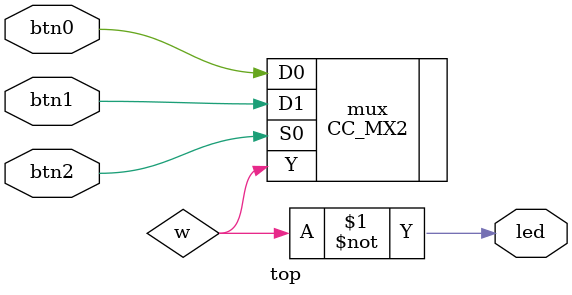
<source format=v>
module top(input wire btn0, input wire btn1, input wire btn2, output wire led);
  wire w;
  CC_MX2 mux (
    .D0(btn0),
    .D1(btn1),
    .S0(btn2),
    .Y(w)
  );

  assign led = ~w;
endmodule

</source>
